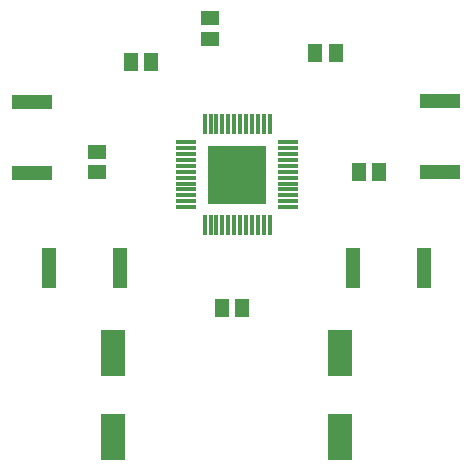
<source format=gtp>
%FSTAX24Y24*%
%MOIN*%
%SFA1B1*%

%IPPOS*%
%ADD10R,0.078740X0.157480*%
%ADD11R,0.059060X0.049210*%
%ADD12R,0.049210X0.059060*%
%ADD13R,0.196850X0.196850*%
%ADD14R,0.011810X0.066930*%
%ADD15R,0.066930X0.011810*%
%ADD16R,0.051180X0.135830*%
%ADD17R,0.135830X0.051180*%
%LNa3988_breakout-1*%
%LPD*%
G54D10*
X0271Y032502D03*
Y035297D03*
X034675Y032502D03*
Y035297D03*
G54D11*
X03035Y046469D03*
Y04578D03*
X026575Y042019D03*
Y04133D03*
G54D12*
X033855Y0453D03*
X034544D03*
X028394Y045D03*
X027705D03*
X03073Y0368D03*
X031419D03*
X035305Y04135D03*
X035994D03*
G54D13*
X03125Y04125D03*
G54D14*
X030167Y042942D03*
X030364D03*
X030561D03*
X030757D03*
X030954D03*
X031151D03*
X031348D03*
X031545D03*
X031742D03*
X031939D03*
X032135D03*
X032332D03*
Y039557D03*
X032135D03*
X031939D03*
X031742D03*
X031545D03*
X031348D03*
X031151D03*
X030954D03*
X030757D03*
X030561D03*
X030364D03*
X030167D03*
G54D15*
X032942Y042332D03*
Y042135D03*
Y041939D03*
Y041742D03*
Y041545D03*
Y041348D03*
Y041151D03*
Y040954D03*
Y040757D03*
Y040561D03*
Y040364D03*
Y040167D03*
X029557D03*
Y040364D03*
Y040561D03*
Y040757D03*
Y040954D03*
Y041151D03*
Y041348D03*
Y041545D03*
Y041742D03*
Y041939D03*
Y042135D03*
Y042332D03*
G54D16*
X035118Y03815D03*
X037481D03*
X027356D03*
X024993D03*
G54D17*
X038025Y043706D03*
Y041343D03*
X0244Y043681D03*
Y041318D03*
M02*
</source>
